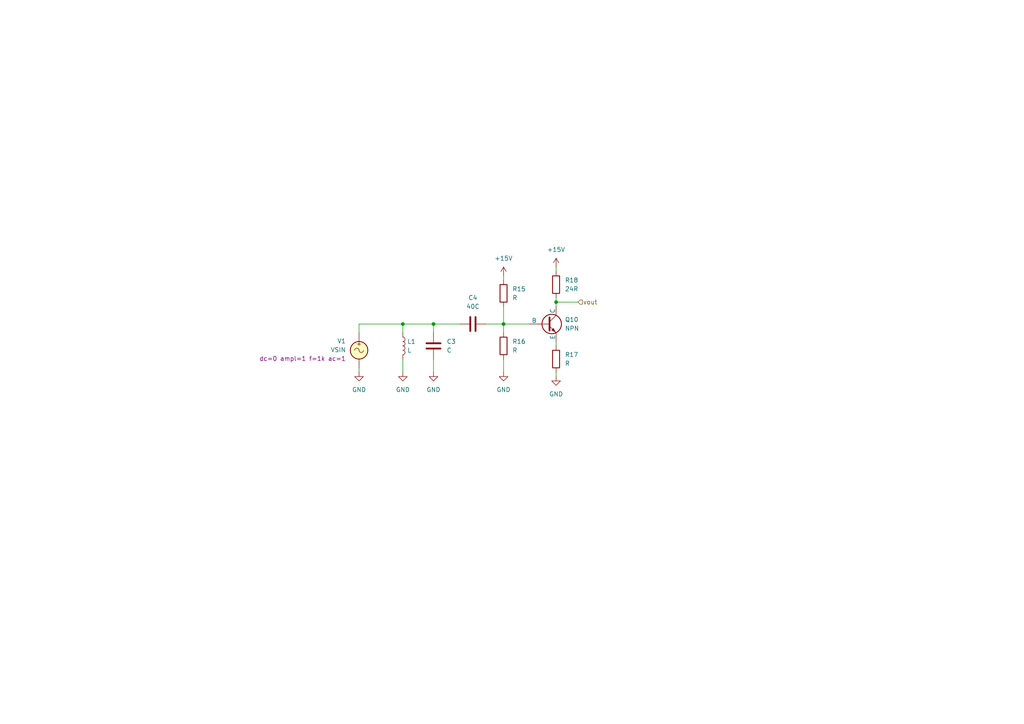
<source format=kicad_sch>
(kicad_sch (version 20230121) (generator eeschema)
  (paper "A4")
  (lib_symbols
    (symbol "Device:C" (pin_numbers hide) (pin_names (offset 0.254))
      (property "Reference" "C" (at 0.635 2.54 0))
      (property "Value" "C" (at 0.635 -2.54 0))
      (symbol "C_0_1"
        (polyline (pts (xy -2.032 -0.762) (xy 2.032 -0.762)) (stroke (width 0.508)))
        (polyline (pts (xy -2.032 0.762) (xy 2.032 0.762)) (stroke (width 0.508)))
      )
      (symbol "C_1_1"
        (pin passive line (at 0 3.81 270) (length 2.794) (name "~") (number "1"))
        (pin passive line (at 0 -3.81 90) (length 2.794) (name "~") (number "2"))
      )
    )
    (symbol "Device:L" (pin_numbers hide) (pin_names (offset 1.016) hide)
      (property "Reference" "L" (at -1.27 0 90))
      (property "Value" "L" (at 1.905 0 90))
      (symbol "L_0_1"
        (arc (start 0 -2.54) (mid 0.6323 -1.905) (end 0 -1.27))
        (arc (start 0 -1.27) (mid 0.6323 -0.635) (end 0 0))
        (arc (start 0 0) (mid 0.6323 0.635) (end 0 1.27))
        (arc (start 0 1.27) (mid 0.6323 1.905) (end 0 2.54))
      )
      (symbol "L_1_1"
        (pin passive line (at 0 3.81 270) (length 1.27) (name "1") (number "1"))
        (pin passive line (at 0 -3.81 90) (length 1.27) (name "2") (number "2"))
      )
    )
    (symbol "Device:R" (pin_numbers hide) (pin_names (offset 0))
      (property "Reference" "R" (at 2.032 0 90))
      (property "Value" "R" (at 0 0 90))
      (symbol "R_0_1"
        (rectangle (start -1.016 -2.54) (end 1.016 2.54) (stroke (width 0.254)))
      )
      (symbol "R_1_1"
        (pin passive line (at 0 3.81 270) (length 1.27) (name "~") (number "1"))
        (pin passive line (at 0 -3.81 90) (length 1.27) (name "~") (number "2"))
      )
    )
    (symbol "Simulation_SPICE:NPN" (pin_numbers hide) (pin_names (offset 0))
      (property "Reference" "Q" (at -2.54 7.62 0))
      (property "Value" "NPN" (at -2.54 5.08 0))
      (symbol "NPN_0_1"
        (polyline (pts (xy -2.54 0) (xy 0.635 0)) (stroke (width 0.1524)))
        (polyline (pts (xy 0.635 0.635) (xy 2.54 2.54)))
        (polyline (pts (xy 2.794 -1.27) (xy 2.794 -1.27)) (stroke (width 0.1524)))
        (polyline (pts (xy 2.794 -1.27) (xy 2.794 -1.27)) (stroke (width 0.1524)))
        (polyline (pts (xy 0.635 -0.635) (xy 2.54 -2.54) (xy 2.54 -2.54)))
        (polyline (pts (xy 0.635 1.905) (xy 0.635 -1.905) (xy 0.635 -1.905)) (stroke (width 0.508)))
        (polyline (pts (xy 1.27 -1.778) (xy 1.778 -1.27) (xy 2.286 -2.286) (xy 1.27 -1.778) (xy 1.27 -1.778)) (fill (type outline)))
        (circle (center 1.27 0) (radius 2.8194) (stroke (width 0.254)))
      )
      (symbol "NPN_1_1"
        (pin open_collector line (at 2.54 5.08 270) (length 2.54) (name "C") (number "1"))
        (pin input line (at -5.08 0 0) (length 2.54) (name "B") (number "2"))
        (pin open_emitter line (at 2.54 -5.08 90) (length 2.54) (name "E") (number "3"))
      )
    )
    (symbol "Simulation_SPICE:VSIN" (pin_numbers hide) (pin_names (offset 0.0254))
      (property "Reference" "V" (at 2.54 2.54 0))
      (property "Value" "VSIN" (at 2.54 0 0))
      (property "Sim.Params" "dc=0 ampl=1 f=1k ac=1" (at 2.54 -2.54 0))
      (symbol "VSIN_0_0"
        (arc (start 0 0) (mid -0.635 0.6323) (end -1.27 0))
        (arc (start 0 0) (mid 0.635 -0.6323) (end 1.27 0))
        (text "+" (at 0 1.905 0) (effects (font (size 1.27 1.27))))
      )
      (symbol "VSIN_0_1"
        (circle (center 0 0) (radius 2.54) (stroke (width 0.254)) (fill (type background)))
      )
      (symbol "VSIN_1_1"
        (pin passive line (at 0 5.08 270) (length 2.54) (name "~") (number "1"))
        (pin passive line (at 0 -5.08 90) (length 2.54) (name "~") (number "2"))
      )
    )
    (symbol "power:+15V" (power) (pin_names (offset 0))
      (property "Value" "+15V" (at 0 3.556 0))
      (symbol "+15V_0_1"
        (polyline (pts (xy -0.762 1.27) (xy 0 2.54)))
        (polyline (pts (xy 0 0) (xy 0 2.54)))
        (polyline (pts (xy 0 2.54) (xy 0.762 1.27)))
      )
      (symbol "+15V_1_1"
        (pin power_in line (at 0 0 90) (length 0) hide (name "+15V") (number "1"))
      )
    )
    (symbol "power:GND" (power) (pin_names (offset 0))
      (property "Value" "GND" (at 0 -3.81 0))
      (symbol "GND_0_1"
        (polyline (pts (xy 0 0) (xy 0 -1.27) (xy 1.27 -1.27) (xy 0 -2.54) (xy -1.27 -1.27) (xy 0 -1.27)))
      )
      (symbol "GND_1_1"
        (pin power_in line (at 0 0 270) (length 0) hide (name "GND") (number "1"))
      )
    )
  )
  (junction (at 125.73 93.98))
  (junction (at 146.05 93.98))
  (junction (at 116.84 93.98))
  (junction (at 161.29 87.63))
  (wire (pts (xy 116.84 93.98) (xy 116.84 96.52)))
  (wire (pts (xy 146.05 93.98) (xy 153.67 93.98)))
  (wire (pts (xy 146.05 88.9) (xy 146.05 93.98)))
  (wire (pts (xy 104.14 96.52) (xy 104.14 93.98)))
  (wire (pts (xy 146.05 80.01) (xy 146.05 81.28)))
  (wire (pts (xy 104.14 93.98) (xy 116.84 93.98)))
  (wire (pts (xy 161.29 86.36) (xy 161.29 87.63)))
  (wire (pts (xy 125.73 93.98) (xy 133.35 93.98)))
  (wire (pts (xy 125.73 93.98) (xy 125.73 96.52)))
  (wire (pts (xy 161.29 87.63) (xy 167.64 87.63)))
  (wire (pts (xy 146.05 104.14) (xy 146.05 107.95)))
  (wire (pts (xy 146.05 93.98) (xy 146.05 96.52)))
  (wire (pts (xy 161.29 99.06) (xy 161.29 100.33)))
  (wire (pts (xy 116.84 104.14) (xy 116.84 107.95)))
  (wire (pts (xy 161.29 77.47) (xy 161.29 78.74)))
  (wire (pts (xy 104.14 106.68) (xy 104.14 107.95)))
  (wire (pts (xy 161.29 87.63) (xy 161.29 88.9)))
  (wire (pts (xy 116.84 93.98) (xy 125.73 93.98)))
  (wire (pts (xy 140.97 93.98) (xy 146.05 93.98)))
  (wire (pts (xy 125.73 104.14) (xy 125.73 107.95)))
  (wire (pts (xy 161.29 107.95) (xy 161.29 109.22)))
  (hierarchical_label "vout" (shape input) (at 167.64 87.63 0))
  (symbol (lib_id "Device:R") (at 146.05 100.33 0) (unit 1)
    (property "Reference" "R16" (at 148.59 99.06 0) (effects (justify left)))
    (property "Value" "R" (at 148.59 101.6 0) (effects (justify left)))
  )
  (symbol (lib_id "power:GND") (at 125.73 107.95 0) (unit 1)
    (property "Reference" "#PWR017" (effects hide))
    (property "Value" "GND" (at 125.73 113.03 0))
    (instances (project "Lab05" (path "" (reference "#PWR017") (unit 1)) (path "" (reference "#PWR016") (unit 1)) (path "" (reference "#PWR037") (unit 1)) (path "" (reference "#PWR023") (unit 1))))
  )
  (symbol (lib_id "Device:R") (at 161.29 104.14 0) (unit 1)
    (property "Reference" "R17" (at 163.83 102.87 0) (effects (justify left)))
    (property "Value" "R" (at 163.83 105.41 0) (effects (justify left)))
  )
  (symbol (lib_id "power:GND") (at 146.05 107.95 0) (unit 1)
    (property "Reference" "#PWR017" (effects hide))
    (property "Value" "GND" (at 146.05 113.03 0))
    (instances (project "Lab05" (path "" (reference "#PWR017") (unit 1)) (path "" (reference "#PWR016") (unit 1)) (path "" (reference "#PWR037") (unit 1)) (path "" (reference "#PWR024") (unit 1))))
  )
  (symbol (lib_id "Simulation_SPICE:VSIN") (at 104.14 101.6 0) (unit 1)
    (property "Reference" "V1" (at 100.33 98.9302 0) (effects (justify right)))
    (property "Value" "VSIN" (at 100.33 101.4702 0) (effects (justify right)))
    (property "Sim.Pins" "1=+ 2=-" (effects hide))
    (property "Sim.Params" "dc=0 ampl=1 f=1k ac=1" (at 100.33 104.0102 0) (effects (justify right)))
    (property "Sim.Type" "SIN" (effects hide))
    (property "Sim.Device" "V" (effects hide))
    (instances (project "Lab05" (path "" (reference "V1") (unit 1)) (path "" (reference "V1") (unit 1)) (path "" (reference "V2") (unit 1)) (path "" (reference "V2") (unit 1))))
  )
  (symbol (lib_id "power:GND") (at 161.29 109.22 0) (unit 1)
    (property "Reference" "#PWR017" (effects hide))
    (property "Value" "GND" (at 161.29 114.3 0))
    (instances (project "Lab05" (path "" (reference "#PWR017") (unit 1)) (path "" (reference "#PWR016") (unit 1)) (path "" (reference "#PWR037") (unit 1)) (path "" (reference "#PWR027") (unit 1))))
  )
  (symbol (lib_id "Device:C") (at 125.73 100.33 0) (unit 1)
    (property "Reference" "C3" (at 129.54 99.06 0) (effects (justify left)))
    (property "Value" "C" (at 129.54 101.6 0) (effects (justify left)))
  )
  (symbol (lib_id "Device:L") (at 116.84 100.33 0) (unit 1)
    (property "Reference" "L1" (at 118.11 99.06 0) (effects (justify left)))
    (property "Value" "L" (at 118.11 101.6 0) (effects (justify left)))
  )
  (symbol (lib_id "power:GND") (at 116.84 107.95 0) (unit 1)
    (property "Reference" "#PWR017" (effects hide))
    (property "Value" "GND" (at 116.84 113.03 0))
    (instances (project "Lab05" (path "" (reference "#PWR017") (unit 1)) (path "" (reference "#PWR016") (unit 1)) (path "" (reference "#PWR037") (unit 1)) (path "" (reference "#PWR022") (unit 1))))
  )
  (symbol (lib_id "power:+15V") (at 146.05 80.01 0) (unit 1)
    (property "Reference" "#PWR025" (effects hide))
    (property "Value" "+15V" (at 146.05 74.93 0))
  )
  (symbol (lib_id "Simulation_SPICE:NPN") (at 158.75 93.98 0) (unit 1)
    (property "Reference" "Q10" (at 163.83 92.71 0) (effects (justify left)))
    (property "Value" "NPN" (at 163.83 95.25 0) (effects (justify left)))
    (property "Sim.Device" "NPN" (effects hide))
    (property "Sim.Type" "GUMMELPOON" (effects hide))
    (property "Sim.Pins" "1=C 2=B 3=E" (effects hide))
  )
  (symbol (lib_id "Device:C") (at 137.16 93.98 90) (unit 1)
    (property "Reference" "C4" (at 137.16 86.36 90))
    (property "Value" "40C" (at 137.16 88.9 90))
  )
  (symbol (lib_id "Device:R") (at 161.29 82.55 0) (unit 1)
    (property "Reference" "R18" (at 163.83 81.28 0) (effects (justify left)))
    (property "Value" "24R" (at 163.83 83.82 0) (effects (justify left)))
  )
  (symbol (lib_id "Device:R") (at 146.05 85.09 0) (unit 1)
    (property "Reference" "R15" (at 148.59 83.82 0) (effects (justify left)))
    (property "Value" "R" (at 148.59 86.36 0) (effects (justify left)))
  )
  (symbol (lib_id "power:GND") (at 104.14 107.95 0) (unit 1)
    (property "Reference" "#PWR017" (effects hide))
    (property "Value" "GND" (at 104.14 113.03 0))
    (instances (project "Lab05" (path "" (reference "#PWR017") (unit 1)) (path "" (reference "#PWR016") (unit 1)) (path "" (reference "#PWR037") (unit 1)) (path "" (reference "#PWR037") (unit 1))))
  )
  (symbol (lib_id "power:+15V") (at 161.29 77.47 0) (unit 1)
    (property "Reference" "#PWR026" (effects hide))
    (property "Value" "+15V" (at 161.29 72.39 0))
  )
)
</source>
